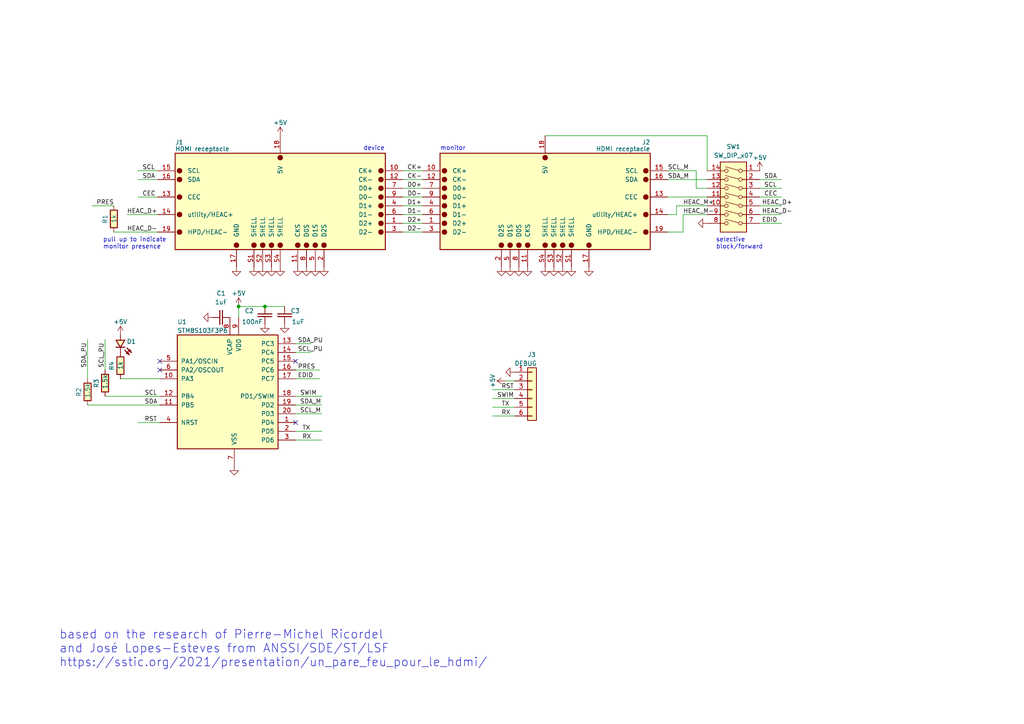
<source format=kicad_sch>
(kicad_sch (version 20211123) (generator eeschema)
  (paper "A4")
  (title_block (title "HDMI firewall") (date "$date$") (rev "$version$.$revision$") (company "CuVoodoo") (comment 1 "King Kévin") (comment 2 "CERN-OHL-S"))
  (lib_symbols
    (symbol "Connector_Generic:Conn_01x06" (pin_names (offset 1.016) hide)
      (property "Reference" "J" (at 0 7.62 0))
      (property "Value" "Conn_01x06" (at 0 -10.16 0))
      (symbol "Conn_01x06_1_1"
        (rectangle (start -1.27 -7.493) (end 0 -7.747) (stroke (width 0.1524)))
        (rectangle (start -1.27 -4.953) (end 0 -5.207) (stroke (width 0.1524)))
        (rectangle (start -1.27 -2.413) (end 0 -2.667) (stroke (width 0.1524)))
        (rectangle (start -1.27 0.127) (end 0 -0.127) (stroke (width 0.1524)))
        (rectangle (start -1.27 2.667) (end 0 2.413) (stroke (width 0.1524)))
        (rectangle (start -1.27 5.207) (end 0 4.953) (stroke (width 0.1524)))
        (rectangle (start -1.27 6.35) (end 1.27 -8.89) (stroke (width 0.254)) (fill (type background)))
        (pin passive line (at -5.08 5.08 0) (length 3.81) (name "Pin_1") (number "1"))
        (pin passive line (at -5.08 2.54 0) (length 3.81) (name "Pin_2") (number "2"))
        (pin passive line (at -5.08 0 0) (length 3.81) (name "Pin_3") (number "3"))
        (pin passive line (at -5.08 -2.54 0) (length 3.81) (name "Pin_4") (number "4"))
        (pin passive line (at -5.08 -5.08 0) (length 3.81) (name "Pin_5") (number "5"))
        (pin passive line (at -5.08 -7.62 0) (length 3.81) (name "Pin_6") (number "6"))
      )
    )
    (symbol "HDMI-001S_1" (pin_names (offset 3.556))
      (property "Reference" "J" (at 0 0.762 0))
      (property "Value" "HDMI-001S_1" (at 43.942 -28.702 0))
      (symbol "HDMI-001S_1_1_1"
        (rectangle (start 0 0) (end 60.96 -27.94) (stroke (width 0.3048)) (fill (type background)))
        (circle (center 1.27 -22.86) (radius 0.635) (stroke (width 0.3048)) (fill (type outline)))
        (circle (center 1.27 -17.78) (radius 0.635) (stroke (width 0.3048)) (fill (type outline)))
        (circle (center 1.27 -12.7) (radius 0.635) (stroke (width 0.3048)) (fill (type outline)))
        (circle (center 1.27 -7.62) (radius 0.635) (stroke (width 0.3048)) (fill (type outline)))
        (circle (center 1.27 -5.08) (radius 0.635) (stroke (width 0.3048)) (fill (type outline)))
        (circle (center 17.78 -26.67) (radius 0.635) (stroke (width 0.3048)) (fill (type outline)))
        (circle (center 22.86 -26.67) (radius 0.635) (stroke (width 0.3048)) (fill (type outline)))
        (circle (center 25.4 -26.67) (radius 0.635) (stroke (width 0.3048)) (fill (type outline)))
        (circle (center 27.94 -26.67) (radius 0.635) (stroke (width 0.3048)) (fill (type outline)))
        (circle (center 30.48 -26.67) (radius 0.635) (stroke (width 0.3048)) (fill (type outline)))
        (circle (center 30.48 -1.27) (radius 0.635) (stroke (width 0.3048)) (fill (type outline)))
        (circle (center 35.56 -26.67) (radius 0.635) (stroke (width 0.3048)) (fill (type outline)))
        (circle (center 38.1 -26.67) (radius 0.635) (stroke (width 0.3048)) (fill (type outline)))
        (circle (center 40.64 -26.67) (radius 0.635) (stroke (width 0.3048)) (fill (type outline)))
        (circle (center 43.18 -26.67) (radius 0.635) (stroke (width 0.3048)) (fill (type outline)))
        (circle (center 59.69 -22.86) (radius 0.635) (stroke (width 0.3048)) (fill (type outline)))
        (circle (center 59.69 -20.32) (radius 0.635) (stroke (width 0.3048)) (fill (type outline)))
        (circle (center 59.69 -17.78) (radius 0.635) (stroke (width 0.3048)) (fill (type outline)))
        (circle (center 59.69 -15.24) (radius 0.635) (stroke (width 0.3048)) (fill (type outline)))
        (circle (center 59.69 -12.7) (radius 0.635) (stroke (width 0.3048)) (fill (type outline)))
        (circle (center 59.69 -10.16) (radius 0.635) (stroke (width 0.3048)) (fill (type outline)))
        (circle (center 59.69 -7.62) (radius 0.635) (stroke (width 0.3048)) (fill (type outline)))
        (circle (center 59.69 -5.08) (radius 0.635) (stroke (width 0.3048)) (fill (type outline)))
        (pin passive line (at 66.04 -20.32 180) (length 5.08) (name "D2+") (number "1"))
        (pin passive line (at 66.04 -5.08 180) (length 5.08) (name "CK+") (number "10"))
        (pin passive line (at 35.56 -33.02 90) (length 5.08) (name "CKS") (number "11"))
        (pin passive line (at 66.04 -7.62 180) (length 5.08) (name "CK-") (number "12"))
        (pin passive line (at -5.08 -12.7 0) (length 5.08) (name "CEC") (number "13"))
        (pin passive line (at -5.08 -17.78 0) (length 5.08) (name "utility/HEAC+") (number "14"))
        (pin passive line (at -5.08 -5.08 0) (length 5.08) (name "SCL") (number "15"))
        (pin passive line (at -5.08 -7.62 0) (length 5.08) (name "SDA") (number "16"))
        (pin power_in line (at 17.78 -33.02 90) (length 5.08) (name "GND") (number "17"))
        (pin power_in line (at 30.48 5.08 270) (length 5.08) (name "5V") (number "18"))
        (pin passive line (at -5.08 -22.86 0) (length 5.08) (name "HPD/HEAC-") (number "19"))
        (pin passive line (at 43.18 -33.02 90) (length 5.08) (name "D2S") (number "2"))
        (pin passive line (at 66.04 -22.86 180) (length 5.08) (name "D2-") (number "3"))
        (pin passive line (at 66.04 -15.24 180) (length 5.08) (name "D1+") (number "4"))
        (pin passive line (at 40.64 -33.02 90) (length 5.08) (name "D1S") (number "5"))
        (pin passive line (at 66.04 -17.78 180) (length 5.08) (name "D1-") (number "6"))
        (pin passive line (at 66.04 -10.16 180) (length 5.08) (name "D0+") (number "7"))
        (pin passive line (at 38.1 -33.02 90) (length 5.08) (name "D0S") (number "8"))
        (pin passive line (at 66.04 -12.7 180) (length 5.08) (name "D0-") (number "9"))
        (pin passive line (at 22.86 -33.02 90) (length 5.08) (name "SHELL") (number "S1"))
        (pin passive line (at 25.4 -33.02 90) (length 5.08) (name "SHELL") (number "S2"))
        (pin passive line (at 27.94 -33.02 90) (length 5.08) (name "SHELL") (number "S3"))
        (pin passive line (at 30.48 -33.02 90) (length 5.08) (name "SHELL") (number "S4"))
      )
    )
    (symbol "Switch:SW_DIP_x07" (pin_names (offset 0) hide)
      (property "Reference" "SW" (at 0 13.97 0))
      (property "Value" "SW_DIP_x07" (at 0 -8.89 0))
      (symbol "SW_DIP_x07_0_0"
        (circle (center -2.032 -5.08) (radius 0.508))
        (circle (center -2.032 -2.54) (radius 0.508))
        (circle (center -2.032 0) (radius 0.508))
        (circle (center -2.032 2.54) (radius 0.508))
        (circle (center -2.032 5.08) (radius 0.508))
        (circle (center -2.032 7.62) (radius 0.508))
        (circle (center -2.032 10.16) (radius 0.508))
        (polyline (pts (xy -1.524 -4.9276) (xy 2.3622 -3.8862)))
        (polyline (pts (xy -1.524 -2.3876) (xy 2.3622 -1.3462)))
        (polyline (pts (xy -1.524 0.127) (xy 2.3622 1.1684)))
        (polyline (pts (xy -1.524 2.667) (xy 2.3622 3.7084)))
        (polyline (pts (xy -1.524 5.207) (xy 2.3622 6.2484)))
        (polyline (pts (xy -1.524 7.747) (xy 2.3622 8.7884)))
        (polyline (pts (xy -1.524 10.287) (xy 2.3622 11.3284)))
        (circle (center 2.032 -5.08) (radius 0.508))
        (circle (center 2.032 -2.54) (radius 0.508))
        (circle (center 2.032 0) (radius 0.508))
        (circle (center 2.032 2.54) (radius 0.508))
        (circle (center 2.032 5.08) (radius 0.508))
        (circle (center 2.032 7.62) (radius 0.508))
        (circle (center 2.032 10.16) (radius 0.508))
      )
      (symbol "SW_DIP_x07_0_1"
        (rectangle (start -3.81 12.7) (end 3.81 -7.62) (stroke (width 0.254)) (fill (type background)))
      )
      (symbol "SW_DIP_x07_1_1"
        (pin passive line (at -7.62 10.16 0) (length 5.08) (name "~") (number "1"))
        (pin passive line (at 7.62 0 180) (length 5.08) (name "~") (number "10"))
        (pin passive line (at 7.62 2.54 180) (length 5.08) (name "~") (number "11"))
        (pin passive line (at 7.62 5.08 180) (length 5.08) (name "~") (number "12"))
        (pin passive line (at 7.62 7.62 180) (length 5.08) (name "~") (number "13"))
        (pin passive line (at 7.62 10.16 180) (length 5.08) (name "~") (number "14"))
        (pin passive line (at -7.62 7.62 0) (length 5.08) (name "~") (number "2"))
        (pin passive line (at -7.62 5.08 0) (length 5.08) (name "~") (number "3"))
        (pin passive line (at -7.62 2.54 0) (length 5.08) (name "~") (number "4"))
        (pin passive line (at -7.62 0 0) (length 5.08) (name "~") (number "5"))
        (pin passive line (at -7.62 -2.54 0) (length 5.08) (name "~") (number "6"))
        (pin passive line (at -7.62 -5.08 0) (length 5.08) (name "~") (number "7"))
        (pin passive line (at 7.62 -5.08 180) (length 5.08) (name "~") (number "8"))
        (pin passive line (at 7.62 -2.54 180) (length 5.08) (name "~") (number "9"))
      )
    )
    (symbol "power:+5V" (power) (pin_names (offset 0))
      (property "Value" "+5V" (at 0 3.556 0))
      (symbol "+5V_0_1"
        (polyline (pts (xy -0.762 1.27) (xy 0 2.54)))
        (polyline (pts (xy 0 0) (xy 0 2.54)))
        (polyline (pts (xy 0 2.54) (xy 0.762 1.27)))
      )
      (symbol "+5V_1_1"
        (pin power_in line (at 0 0 90) (length 0) hide (name "+5V") (number "1"))
      )
    )
    (symbol "power:GND" (power) (pin_names (offset 0))
      (property "Value" "GND" (at 0 -3.81 0))
      (symbol "GND_0_1"
        (polyline (pts (xy 0 0) (xy 0 -1.27) (xy 1.27 -1.27) (xy 0 -2.54) (xy -1.27 -1.27) (xy 0 -1.27)))
      )
      (symbol "GND_1_1"
        (pin power_in line (at 0 0 270) (length 0) hide (name "GND") (number "1"))
      )
    )
    (symbol "qeda:C0603" (pin_numbers hide) (pin_names (offset 1.016) hide)
      (property "Reference" "C" (at 0 2.794 0))
      (property "Value" "C0603" (at 0 -2.794 0))
      (symbol "C0603_1_1"
        (polyline (pts (xy -0.381 2.032) (xy -0.381 -2.032)) (stroke (width 0.3048)))
        (polyline (pts (xy 0.381 2.032) (xy 0.381 -2.032)) (stroke (width 0.3048)))
        (pin passive line (at -2.54 0 0) (length 2.159) (name "L") (number "1"))
        (pin passive line (at 2.54 0 180) (length 2.159) (name "R") (number "2"))
      )
    )
    (symbol "qeda:HDMI-001S" (pin_names (offset 3.556))
      (property "Reference" "J" (at 0 0.762 0))
      (property "Value" "HDMI-001S" (at 43.942 -28.702 0))
      (symbol "HDMI-001S_1_1"
        (rectangle (start 0 0) (end 60.96 -27.94) (stroke (width 0.3048)) (fill (type background)))
        (circle (center 1.27 -22.86) (radius 0.635) (stroke (width 0.3048)) (fill (type outline)))
        (circle (center 1.27 -17.78) (radius 0.635) (stroke (width 0.3048)) (fill (type outline)))
        (circle (center 1.27 -12.7) (radius 0.635) (stroke (width 0.3048)) (fill (type outline)))
        (circle (center 1.27 -7.62) (radius 0.635) (stroke (width 0.3048)) (fill (type outline)))
        (circle (center 1.27 -5.08) (radius 0.635) (stroke (width 0.3048)) (fill (type outline)))
        (circle (center 17.78 -26.67) (radius 0.635) (stroke (width 0.3048)) (fill (type outline)))
        (circle (center 22.86 -26.67) (radius 0.635) (stroke (width 0.3048)) (fill (type outline)))
        (circle (center 25.4 -26.67) (radius 0.635) (stroke (width 0.3048)) (fill (type outline)))
        (circle (center 27.94 -26.67) (radius 0.635) (stroke (width 0.3048)) (fill (type outline)))
        (circle (center 30.48 -26.67) (radius 0.635) (stroke (width 0.3048)) (fill (type outline)))
        (circle (center 30.48 -1.27) (radius 0.635) (stroke (width 0.3048)) (fill (type outline)))
        (circle (center 35.56 -26.67) (radius 0.635) (stroke (width 0.3048)) (fill (type outline)))
        (circle (center 38.1 -26.67) (radius 0.635) (stroke (width 0.3048)) (fill (type outline)))
        (circle (center 40.64 -26.67) (radius 0.635) (stroke (width 0.3048)) (fill (type outline)))
        (circle (center 43.18 -26.67) (radius 0.635) (stroke (width 0.3048)) (fill (type outline)))
        (circle (center 59.69 -22.86) (radius 0.635) (stroke (width 0.3048)) (fill (type outline)))
        (circle (center 59.69 -20.32) (radius 0.635) (stroke (width 0.3048)) (fill (type outline)))
        (circle (center 59.69 -17.78) (radius 0.635) (stroke (width 0.3048)) (fill (type outline)))
        (circle (center 59.69 -15.24) (radius 0.635) (stroke (width 0.3048)) (fill (type outline)))
        (circle (center 59.69 -12.7) (radius 0.635) (stroke (width 0.3048)) (fill (type outline)))
        (circle (center 59.69 -10.16) (radius 0.635) (stroke (width 0.3048)) (fill (type outline)))
        (circle (center 59.69 -7.62) (radius 0.635) (stroke (width 0.3048)) (fill (type outline)))
        (circle (center 59.69 -5.08) (radius 0.635) (stroke (width 0.3048)) (fill (type outline)))
        (pin passive line (at 66.04 -20.32 180) (length 5.08) (name "D2+") (number "1"))
        (pin passive line (at 66.04 -5.08 180) (length 5.08) (name "CK+") (number "10"))
        (pin passive line (at 35.56 -33.02 90) (length 5.08) (name "CKS") (number "11"))
        (pin passive line (at 66.04 -7.62 180) (length 5.08) (name "CK-") (number "12"))
        (pin passive line (at -5.08 -12.7 0) (length 5.08) (name "CEC") (number "13"))
        (pin passive line (at -5.08 -17.78 0) (length 5.08) (name "utility/HEAC+") (number "14"))
        (pin passive line (at -5.08 -5.08 0) (length 5.08) (name "SCL") (number "15"))
        (pin passive line (at -5.08 -7.62 0) (length 5.08) (name "SDA") (number "16"))
        (pin power_in line (at 17.78 -33.02 90) (length 5.08) (name "GND") (number "17"))
        (pin power_in line (at 30.48 5.08 270) (length 5.08) (name "5V") (number "18"))
        (pin passive line (at -5.08 -22.86 0) (length 5.08) (name "HPD/HEAC-") (number "19"))
        (pin passive line (at 43.18 -33.02 90) (length 5.08) (name "D2S") (number "2"))
        (pin passive line (at 66.04 -22.86 180) (length 5.08) (name "D2-") (number "3"))
        (pin passive line (at 66.04 -15.24 180) (length 5.08) (name "D1+") (number "4"))
        (pin passive line (at 40.64 -33.02 90) (length 5.08) (name "D1S") (number "5"))
        (pin passive line (at 66.04 -17.78 180) (length 5.08) (name "D1-") (number "6"))
        (pin passive line (at 66.04 -10.16 180) (length 5.08) (name "D0+") (number "7"))
        (pin passive line (at 38.1 -33.02 90) (length 5.08) (name "D0S") (number "8"))
        (pin passive line (at 66.04 -12.7 180) (length 5.08) (name "D0-") (number "9"))
        (pin passive line (at 22.86 -33.02 90) (length 5.08) (name "SHELL") (number "S1"))
        (pin passive line (at 25.4 -33.02 90) (length 5.08) (name "SHELL") (number "S2"))
        (pin passive line (at 27.94 -33.02 90) (length 5.08) (name "SHELL") (number "S3"))
        (pin passive line (at 30.48 -33.02 90) (length 5.08) (name "SHELL") (number "S4"))
      )
    )
    (symbol "qeda:LED0805" (pin_numbers hide) (pin_names (offset 1.016) hide)
      (property "Reference" "D" (at 0 2.032 0))
      (property "Value" "LED0805" (at 0 -2.032 0))
      (symbol "LED0805_1_1"
        (polyline (pts (xy 1.016 1.27) (xy 1.016 -1.27)) (stroke (width 0.3048)))
        (polyline (pts (xy 1.27 1.905) (xy 2.54 3.175)) (stroke (width 0.3048)))
        (polyline (pts (xy 1.905 1.27) (xy 3.175 2.54)) (stroke (width 0.3048)))
        (polyline (pts (xy -1.016 1.27) (xy 1.016 0) (xy -1.016 -1.27) (xy -1.016 1.27)) (stroke (width 0.3048)) (fill (type background)))
        (polyline (pts (xy 1.7272 2.7178) (xy 2.54 3.175) (xy 2.0828 2.3622) (xy 1.7272 2.7178)) (stroke (width 0.3048)) (fill (type outline)))
        (polyline (pts (xy 2.3622 2.0828) (xy 3.175 2.54) (xy 2.7178 1.7272) (xy 2.3622 2.0828)) (stroke (width 0.3048)) (fill (type outline)))
        (pin passive line (at 2.54 0 180) (length 1.524) (name "C") (number "1"))
        (pin passive line (at -2.54 0 0) (length 1.524) (name "A") (number "2"))
      )
    )
    (symbol "qeda:R0603" (pin_numbers hide) (pin_names (offset 1.016) hide)
      (property "Reference" "R" (at 0 1.778 0))
      (property "Value" "R0603" (at 0 -1.778 0))
      (symbol "R0603_1_1"
        (rectangle (start -2.54 1.016) (end 2.54 -1.016) (stroke (width 0.3048)) (fill (type background)))
        (pin passive line (at -3.81 0 0) (length 1.27) (name "L") (number "1"))
        (pin passive line (at 3.81 0 180) (length 1.27) (name "R") (number "2"))
      )
    )
    (symbol "qeda:STM8S003F3" (pin_names (offset 1.016))
      (property "Reference" "U" (at 0 0.762 0))
      (property "Value" "STM8S003F3" (at 17.272 -33.782 0))
      (symbol "STM8S003F3_1_1"
        (rectangle (start 0 0) (end 29.21 -33.02) (stroke (width 0.3048)) (fill (type background)))
        (pin bidirectional line (at 34.29 -25.4 180) (length 5.08) (name "PD4") (number "1"))
        (pin bidirectional line (at -5.08 -12.7 0) (length 5.08) (name "PA3") (number "10"))
        (pin bidirectional line (at -5.08 -20.32 0) (length 5.08) (name "PB5") (number "11"))
        (pin bidirectional line (at -5.08 -17.78 0) (length 5.08) (name "PB4") (number "12"))
        (pin bidirectional line (at 34.29 -2.54 180) (length 5.08) (name "PC3") (number "13"))
        (pin bidirectional line (at 34.29 -5.08 180) (length 5.08) (name "PC4") (number "14"))
        (pin bidirectional line (at 34.29 -7.62 180) (length 5.08) (name "PC5") (number "15"))
        (pin bidirectional line (at 34.29 -10.16 180) (length 5.08) (name "PC6") (number "16"))
        (pin bidirectional line (at 34.29 -12.7 180) (length 5.08) (name "PC7") (number "17"))
        (pin bidirectional line (at 34.29 -17.78 180) (length 5.08) (name "PD1/SWIM") (number "18"))
        (pin bidirectional line (at 34.29 -20.32 180) (length 5.08) (name "PD2") (number "19"))
        (pin bidirectional line (at 34.29 -27.94 180) (length 5.08) (name "PD5") (number "2"))
        (pin bidirectional line (at 34.29 -22.86 180) (length 5.08) (name "PD3") (number "20"))
        (pin bidirectional line (at 34.29 -30.48 180) (length 5.08) (name "PD6") (number "3"))
        (pin input line (at -5.08 -25.4 0) (length 5.08) (name "NRST") (number "4"))
        (pin bidirectional line (at -5.08 -7.62 0) (length 5.08) (name "PA1/OSCIN") (number "5"))
        (pin bidirectional line (at -5.08 -10.16 0) (length 5.08) (name "PA2/OSCOUT") (number "6"))
        (pin power_in line (at 16.51 -38.1 90) (length 5.08) (name "VSS") (number "7"))
        (pin power_in line (at 15.24 5.08 270) (length 5.08) (name "VCAP") (number "8"))
        (pin power_in line (at 17.78 5.08 270) (length 5.08) (name "VDD") (number "9"))
      )
    )
  )
  (junction (at 69.215 88.9))
  (junction (at 76.835 88.9))
  (no_connect (at 46.355 107.315))
  (no_connect (at 46.355 104.775))
  (no_connect (at 85.725 122.555))
  (no_connect (at 85.725 104.775))
  (wire (pts (xy 85.725 114.935) (xy 93.345 114.935)))
  (wire (pts (xy 116.84 52.07) (xy 122.555 52.07)))
  (wire (pts (xy 40.005 57.15) (xy 45.72 57.15)))
  (wire (pts (xy 116.84 67.31) (xy 122.555 67.31)))
  (wire (pts (xy 40.005 52.07) (xy 45.72 52.07)))
  (wire (pts (xy 193.675 52.07) (xy 205.105 52.07)))
  (wire (pts (xy 198.12 67.31) (xy 198.12 62.23)))
  (wire (pts (xy 85.725 127.635) (xy 93.345 127.635)))
  (wire (pts (xy 85.725 107.315) (xy 92.71 107.315)))
  (wire (pts (xy 198.12 62.23) (xy 205.105 62.23)))
  (wire (pts (xy 30.48 98.425) (xy 30.48 107.315)))
  (wire (pts (xy 220.345 64.77) (xy 226.695 64.77)))
  (wire (pts (xy 30.48 114.935) (xy 46.355 114.935)))
  (wire (pts (xy 205.105 39.37) (xy 205.105 49.53)))
  (wire (pts (xy 220.345 52.07) (xy 226.695 52.07)))
  (wire (pts (xy 220.345 62.23) (xy 226.695 62.23)))
  (wire (pts (xy 85.725 109.855) (xy 92.71 109.855)))
  (wire (pts (xy 25.4 98.425) (xy 25.4 109.855)))
  (wire (pts (xy 146.685 110.49) (xy 149.225 110.49)))
  (wire (pts (xy 116.84 64.77) (xy 122.555 64.77)))
  (wire (pts (xy 85.725 99.695) (xy 90.17 99.695)))
  (wire (pts (xy 196.215 59.69) (xy 205.105 59.69)))
  (wire (pts (xy 76.835 88.9) (xy 82.55 88.9)))
  (wire (pts (xy 142.875 120.65) (xy 149.225 120.65)))
  (wire (pts (xy 142.875 115.57) (xy 149.225 115.57)))
  (wire (pts (xy 40.005 122.555) (xy 46.355 122.555)))
  (wire (pts (xy 116.84 62.23) (xy 122.555 62.23)))
  (wire (pts (xy 25.4 117.475) (xy 46.355 117.475)))
  (wire (pts (xy 85.725 120.015) (xy 93.345 120.015)))
  (wire (pts (xy 34.925 109.855) (xy 46.355 109.855)))
  (wire (pts (xy 69.215 88.9) (xy 76.835 88.9)))
  (wire (pts (xy 142.875 118.11) (xy 149.225 118.11)))
  (wire (pts (xy 116.84 49.53) (xy 122.555 49.53)))
  (wire (pts (xy 40.005 49.53) (xy 45.72 49.53)))
  (wire (pts (xy 193.675 49.53) (xy 201.93 49.53)))
  (wire (pts (xy 220.345 57.15) (xy 226.695 57.15)))
  (wire (pts (xy 116.84 54.61) (xy 122.555 54.61)))
  (wire (pts (xy 158.115 39.37) (xy 205.105 39.37)))
  (wire (pts (xy 26.67 59.69) (xy 33.02 59.69)))
  (wire (pts (xy 193.675 67.31) (xy 198.12 67.31)))
  (wire (pts (xy 193.675 57.15) (xy 205.105 57.15)))
  (wire (pts (xy 116.84 57.15) (xy 122.555 57.15)))
  (wire (pts (xy 201.93 54.61) (xy 205.105 54.61)))
  (wire (pts (xy 36.83 62.23) (xy 45.72 62.23)))
  (wire (pts (xy 85.725 117.475) (xy 93.345 117.475)))
  (wire (pts (xy 69.215 92.075) (xy 69.215 88.9)))
  (wire (pts (xy 116.84 59.69) (xy 122.555 59.69)))
  (wire (pts (xy 142.875 113.03) (xy 149.225 113.03)))
  (wire (pts (xy 85.725 125.095) (xy 93.345 125.095)))
  (wire (pts (xy 33.02 67.31) (xy 45.72 67.31)))
  (wire (pts (xy 196.215 62.23) (xy 193.675 62.23)))
  (wire (pts (xy 220.345 59.69) (xy 226.695 59.69)))
  (wire (pts (xy 220.345 54.61) (xy 226.695 54.61)))
  (wire (pts (xy 85.725 102.235) (xy 90.17 102.235)))
  (wire (pts (xy 201.93 49.53) (xy 201.93 54.61)))
  (wire (pts (xy 196.215 59.69) (xy 196.215 62.23)))
  (text "pull up to indicate\nmonitor presence" (at 29.845 72.39 0) (effects (font (size 1.27 1.27)) (justify left bottom)))
  (text "monitor" (at 127.635 43.815 0) (effects (font (size 1.27 1.27)) (justify left bottom)))
  (text "selective\nblock/forward" (at 207.645 72.39 0) (effects (font (size 1.27 1.27)) (justify left bottom)))
  (text "device" (at 105.41 43.815 0) (effects (font (size 1.27 1.27)) (justify left bottom)))
  (text "based on the research of Pierre-Michel Ricordel\nand José Lopes-Esteves from ANSSI/SDE/ST/LSF\nhttps://sstic.org/2021/presentation/un_pare_feu_pour_le_hdmi/" (at 17.145 193.675 0) (effects (font (size 2.5 2.5)) (justify left bottom)))
  (label "SCL_M" (at 86.995 120.015 0))
  (label "CK-" (at 118.11 52.07 0))
  (label "SCL" (at 41.275 49.53 0))
  (label "SCL_PU" (at 86.36 102.235 0))
  (label "RX" (at 145.415 120.65 0))
  (label "D2+" (at 118.11 64.77 0))
  (label "SWIM" (at 86.995 114.935 0))
  (label "CEC" (at 221.615 57.15 0))
  (label "SCL_M" (at 193.675 49.53 0))
  (label "HEAC_D-" (at 36.83 67.31 0))
  (label "SDA" (at 41.91 117.475 0))
  (label "SDA" (at 221.615 52.07 0))
  (label "SWIM" (at 144.145 115.57 0))
  (label "CEC" (at 41.275 57.15 0))
  (label "PRES" (at 27.94 59.69 0))
  (label "RX" (at 87.63 127.635 0))
  (label "HEAC_D+" (at 36.83 62.23 0))
  (label "SDA_PU" (at 86.36 99.695 0))
  (label "PRES" (at 86.36 107.315 0))
  (label "RST" (at 41.91 122.555 0))
  (label "RST" (at 145.415 113.03 0))
  (label "D1-" (at 118.11 62.23 0))
  (label "HEAC_M+" (at 198.12 59.69 0))
  (label "D2-" (at 118.11 67.31 0))
  (label "SDA_M" (at 193.675 52.07 0))
  (label "D1+" (at 118.11 59.69 0))
  (label "SDA" (at 41.275 52.07 0))
  (label "SDA_M" (at 86.995 117.475 0))
  (label "CK+" (at 118.11 49.53 0))
  (label "D0-" (at 118.11 57.15 0))
  (label "SDA_PU" (at 25.4 106.68 90))
  (label "EDID" (at 86.36 109.855 0))
  (label "TX" (at 145.415 118.11 0))
  (label "SCL_PU" (at 30.48 106.68 90))
  (label "SCL" (at 41.91 114.935 0))
  (label "D0+" (at 118.11 54.61 0))
  (label "TX" (at 87.63 125.095 0))
  (label "HEAC_D+" (at 220.98 59.69 0))
  (label "HEAC_M-" (at 198.12 62.23 0))
  (label "HEAC_D-" (at 220.98 62.23 0))
  (label "EDID" (at 220.98 64.77 0))
  (label "SCL" (at 221.615 54.61 0))
  (symbol (lib_id "power:GND") (at 67.945 135.255 0) (unit 1)
    (property "Reference" "#PWR0121" (effects hide))
    (property "Value" "GND" (effects hide))
  )
  (symbol (lib_id "power:GND") (at 150.495 77.47 0) (unit 1)
    (property "Reference" "#PWR0112" (effects hide))
    (property "Value" "GND" (effects hide))
  )
  (symbol (lib_id "power:GND") (at 76.835 93.98 0) (unit 1)
    (property "Reference" "#PWR0120" (effects hide))
    (property "Value" "GND" (effects hide))
  )
  (symbol (lib_id "power:GND") (at 149.225 107.95 270) (unit 1)
    (property "Reference" "#PWR0109" (effects hide))
    (property "Value" "GND" (effects hide))
  )
  (symbol (lib_id "qeda:R0603") (at 30.48 111.125 90) (unit 1)
    (property "Reference" "R3" (at 27.94 109.855 0) (effects (justify right)))
    (property "Value" "1.5k" (at 30.48 108.585 0) (effects (justify right)))
    (property "Footprint" "qeda:UC1608X55N" (effects hide))
    (property "LCSC" "C22843" (effects hide))
  )
  (symbol (lib_id "qeda:C0603") (at 82.55 91.44 270) (mirror x) (unit 1)
    (property "Reference" "C3" (at 86.995 90.17 90) (effects (justify right)))
    (property "Value" "1uF" (at 88.265 93.345 90) (effects (justify right)))
    (property "Footprint" "qeda:CAPC1608X92N" (effects hide))
    (property "LCSC" "C15849" (effects hide))
  )
  (symbol (lib_id "power:+5V") (at 146.685 110.49 90) (unit 1)
    (property "Reference" "#PWR0108" (effects hide))
    (property "Value" "+5V" (at 142.875 110.49 0))
  )
  (symbol (lib_id "qeda:LED0805") (at 34.925 99.695 270) (unit 1)
    (property "Reference" "D1" (at 38.1 99.06 90))
    (property "Value" "LED0805" (effects hide))
    (property "Footprint" "qeda:LEDC2012X80N" (effects hide))
    (property "LCSC" "C84256" (effects hide))
  )
  (symbol (lib_id "power:GND") (at 163.195 77.47 0) (unit 1)
    (property "Reference" "#PWR0114" (effects hide))
    (property "Value" "GND" (effects hide))
  )
  (symbol (lib_id "power:GND") (at 93.98 77.47 0) (unit 1)
    (property "Reference" "#PWR0116" (effects hide))
    (property "Value" "GND" (effects hide))
  )
  (symbol (lib_name "HDMI-001S_1") (lib_id "qeda:HDMI-001S") (at 50.8 44.45 0) (unit 1)
    (property "Reference" "J1" (at 50.8 41.275 0) (effects (justify left)))
    (property "Value" "HDMI receptacle" (at 50.8 43.18 0) (effects (justify left)))
    (property "Footprint" "qeda:CONNECTOR_HDMI-001S" (effects hide))
    (property "Datasheet" "https://datasheet.lcsc.com/lcsc/2008152133_XUNPU-HDMI-001S_C720616.pdf" (effects hide))
    (property "LCSC" "C720616" (effects hide))
  )
  (symbol (lib_id "power:GND") (at 165.735 77.47 0) (unit 1)
    (property "Reference" "#PWR0115" (effects hide))
    (property "Value" "GND" (effects hide))
  )
  (symbol (lib_id "qeda:C0603") (at 64.135 92.075 0) (unit 1)
    (property "Reference" "C1" (at 64.135 85.09 0))
    (property "Value" "1uF" (at 64.135 87.63 0))
    (property "Footprint" "qeda:CAPC1608X92N" (effects hide))
    (property "LCSC" "C15849" (effects hide))
  )
  (symbol (lib_id "power:GND") (at 61.595 92.075 270) (unit 1)
    (property "Reference" "#PWR0130" (effects hide))
    (property "Value" "GND" (effects hide))
  )
  (symbol (lib_id "power:GND") (at 88.9 77.47 0) (unit 1)
    (property "Reference" "#PWR0128" (effects hide))
    (property "Value" "GND" (effects hide))
  )
  (symbol (lib_id "power:GND") (at 76.2 77.47 0) (unit 1)
    (property "Reference" "#PWR0123" (effects hide))
    (property "Value" "GND" (effects hide))
  )
  (symbol (lib_id "power:GND") (at 170.815 77.47 0) (unit 1)
    (property "Reference" "#PWR0102" (effects hide))
    (property "Value" "GND" (effects hide))
  )
  (symbol (lib_id "power:GND") (at 68.58 77.47 0) (unit 1)
    (property "Reference" "#PWR0125" (effects hide))
    (property "Value" "GND" (effects hide))
  )
  (symbol (lib_id "power:GND") (at 158.115 77.47 0) (unit 1)
    (property "Reference" "#PWR0104" (effects hide))
    (property "Value" "GND" (effects hide))
  )
  (symbol (lib_id "power:GND") (at 160.655 77.47 0) (unit 1)
    (property "Reference" "#PWR0103" (effects hide))
    (property "Value" "GND" (effects hide))
  )
  (symbol (lib_id "qeda:HDMI-001S") (at 188.595 44.45 0) (mirror y) (unit 1)
    (property "Reference" "J2" (at 188.595 41.275 0) (effects (justify left)))
    (property "Value" "HDMI receptacle" (at 188.595 43.18 0) (effects (justify left)))
    (property "Footprint" "qeda:CONNECTOR_HDMI-001S" (effects hide))
    (property "Datasheet" "https://datasheet.lcsc.com/lcsc/2008152133_XUNPU-HDMI-001S_C720616.pdf" (effects hide))
    (property "LCSC" "C720616" (effects hide))
  )
  (symbol (lib_id "qeda:STM8S003F3") (at 51.435 97.155 0) (unit 1)
    (property "Reference" "U1" (at 51.435 93.345 0) (effects (justify left)))
    (property "Value" "STM8S103F3P6" (at 51.435 95.885 0) (effects (justify left)))
    (property "Footprint" "qeda:SOP65P640X120-20N" (effects hide))
    (property "Datasheet" "https://www.st.com/resource/en/datasheet/stm8s003f3.pdf" (effects hide))
    (property "LCSC" "C52717" (effects hide))
  )
  (symbol (lib_id "qeda:R0603") (at 33.02 63.5 90) (unit 1)
    (property "Reference" "R1" (at 30.48 62.23 0) (effects (justify right)))
    (property "Value" "1k" (at 33.02 62.23 0) (effects (justify right)))
    (property "Footprint" "qeda:UC1608X55N" (effects hide))
    (property "LCSC" "C21190" (effects hide))
  )
  (symbol (lib_id "power:GND") (at 153.035 77.47 0) (unit 1)
    (property "Reference" "#PWR0111" (effects hide))
    (property "Value" "GND" (effects hide))
  )
  (symbol (lib_id "power:GND") (at 147.955 77.47 0) (unit 1)
    (property "Reference" "#PWR0113" (effects hide))
    (property "Value" "GND" (effects hide))
  )
  (symbol (lib_id "power:GND") (at 91.44 77.47 0) (unit 1)
    (property "Reference" "#PWR0127" (effects hide))
    (property "Value" "GND" (effects hide))
  )
  (symbol (lib_id "power:+5V") (at 81.28 39.37 0) (unit 1)
    (property "Reference" "#PWR0106" (effects hide))
    (property "Value" "+5V" (at 81.28 35.56 0))
  )
  (symbol (lib_id "power:+5V") (at 69.215 88.9 0) (unit 1)
    (property "Reference" "#PWR0131" (effects hide))
    (property "Value" "+5V" (at 69.215 85.09 0))
  )
  (symbol (lib_id "power:GND") (at 73.66 77.47 0) (unit 1)
    (property "Reference" "#PWR0124" (effects hide))
    (property "Value" "GND" (effects hide))
  )
  (symbol (lib_id "Switch:SW_DIP_x07") (at 212.725 59.69 0) (mirror y) (unit 1)
    (property "Reference" "SW1" (at 212.725 42.545 0))
    (property "Value" "SW_DIP_x07" (at 212.725 45.085 0))
    (property "Footprint" "qeda:SOP254P976X355-14N" (effects hide))
    (property "LCSC" "C319033" (effects hide))
  )
  (symbol (lib_id "qeda:C0603") (at 76.835 91.44 90) (unit 1)
    (property "Reference" "C2" (at 73.66 90.1699 90) (effects (justify left)))
    (property "Value" "100nF" (at 76.2 93.345 90) (effects (justify left)))
    (property "Footprint" "qeda:CAPC1608X92N" (effects hide))
    (property "LCSC" "C14663" (effects hide))
  )
  (symbol (lib_id "Connector_Generic:Conn_01x06") (at 154.305 113.03 0) (unit 1) (in_bom no)
    (property "Reference" "J3" (at 153.035 102.87 0) (effects (justify left)))
    (property "Value" "DEBUG" (at 149.225 105.41 0) (effects (justify left)))
    (property "Footprint" "Connector_PinSocket_2.54mm:PinSocket_1x06_P2.54mm_Vertical" (effects hide))
    (property "LCSC" "DNP" (effects hide))
  )
  (symbol (lib_id "power:GND") (at 82.55 93.98 0) (unit 1)
    (property "Reference" "#PWR0119" (effects hide))
    (property "Value" "GND" (effects hide))
  )
  (symbol (lib_id "qeda:R0603") (at 34.925 106.045 90) (unit 1)
    (property "Reference" "R4" (at 32.385 104.775 0) (effects (justify right)))
    (property "Value" "1k" (at 34.925 104.775 0) (effects (justify right)))
    (property "Footprint" "qeda:UC1608X55N" (effects hide))
    (property "LCSC" "C21190" (effects hide))
  )
  (symbol (lib_id "power:+5V") (at 34.925 97.155 0) (unit 1)
    (property "Reference" "#PWR0132" (effects hide))
    (property "Value" "+5V" (at 34.925 93.345 0))
  )
  (symbol (lib_id "power:GND") (at 78.74 77.47 0) (unit 1)
    (property "Reference" "#PWR0122" (effects hide))
    (property "Value" "GND" (effects hide))
  )
  (symbol (lib_id "power:GND") (at 86.36 77.47 0) (unit 1)
    (property "Reference" "#PWR0129" (effects hide))
    (property "Value" "GND" (effects hide))
  )
  (symbol (lib_id "power:GND") (at 81.28 77.47 0) (unit 1)
    (property "Reference" "#PWR0126" (effects hide))
    (property "Value" "GND" (effects hide))
  )
  (symbol (lib_id "power:GND") (at 145.415 77.47 0) (unit 1)
    (property "Reference" "#PWR0110" (effects hide))
    (property "Value" "GND" (effects hide))
  )
  (symbol (lib_id "power:GND") (at 205.105 64.77 270) (unit 1)
    (property "Reference" "#PWR0101" (effects hide))
    (property "Value" "GND" (effects hide))
  )
  (symbol (lib_id "qeda:R0603") (at 25.4 113.665 90) (unit 1)
    (property "Reference" "R2" (at 22.86 112.395 0) (effects (justify right)))
    (property "Value" "1.5k" (at 25.4 111.125 0) (effects (justify right)))
    (property "Footprint" "qeda:UC1608X55N" (effects hide))
    (property "LCSC" "C22843" (effects hide))
  )
  (symbol (lib_id "power:+5V") (at 220.345 49.53 0) (unit 1)
    (property "Reference" "#PWR0105" (effects hide))
    (property "Value" "+5V" (at 220.345 45.72 0))
  )
)
</source>
